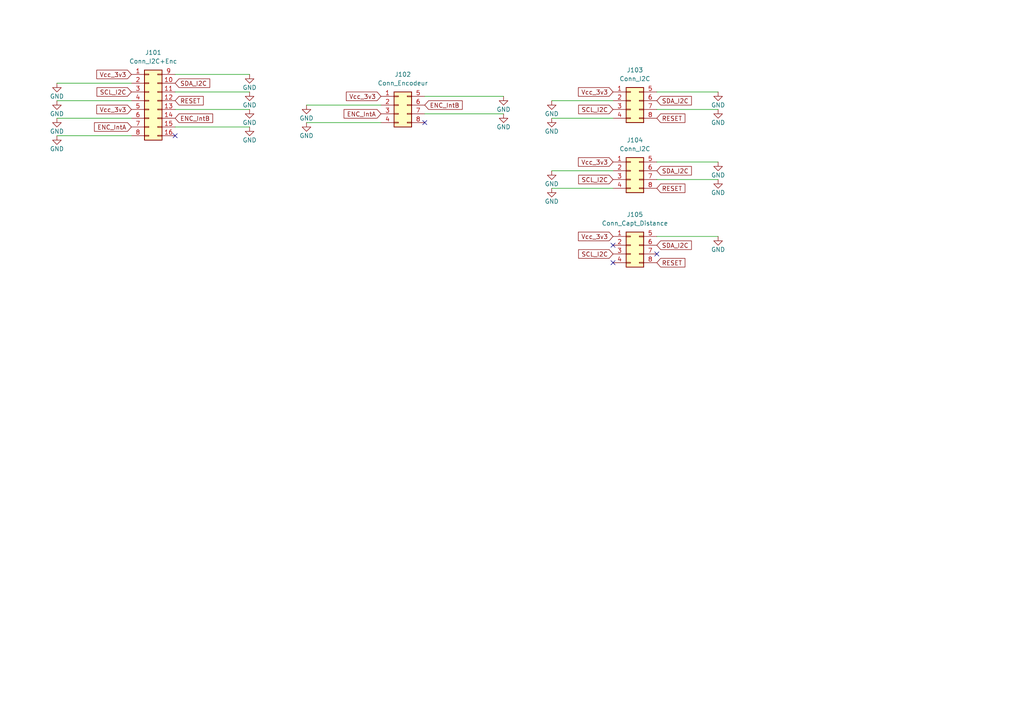
<source format=kicad_sch>
(kicad_sch (version 20231120) (generator "eeschema") (generator_version "8.0")
  (paper "A4")
  (lib_symbols
    (symbol "Connector_Generic:Conn_02x04_Top_Bottom" (pin_names (offset 1.016) hide)
      (property "Reference" "J" (at 1.27 5.08 0))
      (property "Value" "Conn_02x04_Top_Bottom" (at 1.27 -7.62 0))
      (symbol "Conn_02x04_Top_Bottom_1_1"
        (rectangle (start -1.27 -4.953) (end 0 -5.207) (stroke (width 0.1524)))
        (rectangle (start -1.27 -2.413) (end 0 -2.667) (stroke (width 0.1524)))
        (rectangle (start -1.27 0.127) (end 0 -0.127) (stroke (width 0.1524)))
        (rectangle (start -1.27 2.667) (end 0 2.413) (stroke (width 0.1524)))
        (rectangle (start -1.27 3.81) (end 3.81 -6.35) (stroke (width 0.254)) (fill (type background)))
        (rectangle (start 3.81 -4.953) (end 2.54 -5.207) (stroke (width 0.1524)))
        (rectangle (start 3.81 -2.413) (end 2.54 -2.667) (stroke (width 0.1524)))
        (rectangle (start 3.81 0.127) (end 2.54 -0.127) (stroke (width 0.1524)))
        (rectangle (start 3.81 2.667) (end 2.54 2.413) (stroke (width 0.1524)))
        (pin passive line (at -5.08 2.54 0) (length 3.81) (name "Pin_1") (number "1"))
        (pin passive line (at -5.08 0 0) (length 3.81) (name "Pin_2") (number "2"))
        (pin passive line (at -5.08 -2.54 0) (length 3.81) (name "Pin_3") (number "3"))
        (pin passive line (at -5.08 -5.08 0) (length 3.81) (name "Pin_4") (number "4"))
        (pin passive line (at 7.62 2.54 180) (length 3.81) (name "Pin_5") (number "5"))
        (pin passive line (at 7.62 0 180) (length 3.81) (name "Pin_6") (number "6"))
        (pin passive line (at 7.62 -2.54 180) (length 3.81) (name "Pin_7") (number "7"))
        (pin passive line (at 7.62 -5.08 180) (length 3.81) (name "Pin_8") (number "8"))
      )
    )
    (symbol "Connector_Generic:Conn_02x08_Top_Bottom" (pin_names (offset 1.016) hide)
      (property "Reference" "J" (at 1.27 10.16 0))
      (property "Value" "Conn_02x08_Top_Bottom" (at 1.27 -12.7 0))
      (symbol "Conn_02x08_Top_Bottom_1_1"
        (rectangle (start -1.27 -10.033) (end 0 -10.287) (stroke (width 0.1524)))
        (rectangle (start -1.27 -7.493) (end 0 -7.747) (stroke (width 0.1524)))
        (rectangle (start -1.27 -4.953) (end 0 -5.207) (stroke (width 0.1524)))
        (rectangle (start -1.27 -2.413) (end 0 -2.667) (stroke (width 0.1524)))
        (rectangle (start -1.27 0.127) (end 0 -0.127) (stroke (width 0.1524)))
        (rectangle (start -1.27 2.667) (end 0 2.413) (stroke (width 0.1524)))
        (rectangle (start -1.27 5.207) (end 0 4.953) (stroke (width 0.1524)))
        (rectangle (start -1.27 7.747) (end 0 7.493) (stroke (width 0.1524)))
        (rectangle (start -1.27 8.89) (end 3.81 -11.43) (stroke (width 0.254)) (fill (type background)))
        (rectangle (start 3.81 -10.033) (end 2.54 -10.287) (stroke (width 0.1524)))
        (rectangle (start 3.81 -7.493) (end 2.54 -7.747) (stroke (width 0.1524)))
        (rectangle (start 3.81 -4.953) (end 2.54 -5.207) (stroke (width 0.1524)))
        (rectangle (start 3.81 -2.413) (end 2.54 -2.667) (stroke (width 0.1524)))
        (rectangle (start 3.81 0.127) (end 2.54 -0.127) (stroke (width 0.1524)))
        (rectangle (start 3.81 2.667) (end 2.54 2.413) (stroke (width 0.1524)))
        (rectangle (start 3.81 5.207) (end 2.54 4.953) (stroke (width 0.1524)))
        (rectangle (start 3.81 7.747) (end 2.54 7.493) (stroke (width 0.1524)))
        (pin passive line (at -5.08 7.62 0) (length 3.81) (name "Pin_1") (number "1"))
        (pin passive line (at 7.62 5.08 180) (length 3.81) (name "Pin_10") (number "10"))
        (pin passive line (at 7.62 2.54 180) (length 3.81) (name "Pin_11") (number "11"))
        (pin passive line (at 7.62 0 180) (length 3.81) (name "Pin_12") (number "12"))
        (pin passive line (at 7.62 -2.54 180) (length 3.81) (name "Pin_13") (number "13"))
        (pin passive line (at 7.62 -5.08 180) (length 3.81) (name "Pin_14") (number "14"))
        (pin passive line (at 7.62 -7.62 180) (length 3.81) (name "Pin_15") (number "15"))
        (pin passive line (at 7.62 -10.16 180) (length 3.81) (name "Pin_16") (number "16"))
        (pin passive line (at -5.08 5.08 0) (length 3.81) (name "Pin_2") (number "2"))
        (pin passive line (at -5.08 2.54 0) (length 3.81) (name "Pin_3") (number "3"))
        (pin passive line (at -5.08 0 0) (length 3.81) (name "Pin_4") (number "4"))
        (pin passive line (at -5.08 -2.54 0) (length 3.81) (name "Pin_5") (number "5"))
        (pin passive line (at -5.08 -5.08 0) (length 3.81) (name "Pin_6") (number "6"))
        (pin passive line (at -5.08 -7.62 0) (length 3.81) (name "Pin_7") (number "7"))
        (pin passive line (at -5.08 -10.16 0) (length 3.81) (name "Pin_8") (number "8"))
        (pin passive line (at 7.62 7.62 180) (length 3.81) (name "Pin_9") (number "9"))
      )
    )
    (symbol "power:GND" (power) (pin_names (offset 0))
      (property "Value" "GND" (at 0 -3.81 0))
      (symbol "GND_0_1"
        (polyline (pts (xy 0 0) (xy 0 -1.27) (xy 1.27 -1.27) (xy 0 -2.54) (xy -1.27 -1.27) (xy 0 -1.27)))
      )
      (symbol "GND_1_1"
        (pin power_in line (at 0 0 270) (length 0) hide (name "GND") (number "1"))
      )
    )
  )
  (no_connect (at 50.8 39.37))
  (no_connect (at 177.8 76.2))
  (no_connect (at 177.8 71.12))
  (no_connect (at 123.19 35.56))
  (no_connect (at 190.5 73.66))
  (wire (pts (xy 208.28 31.75) (xy 190.5 31.75)))
  (wire (pts (xy 146.05 27.94) (xy 123.19 27.94)))
  (wire (pts (xy 72.39 21.59) (xy 50.8 21.59)))
  (wire (pts (xy 160.02 49.53) (xy 177.8 49.53)))
  (wire (pts (xy 72.39 36.83) (xy 50.8 36.83)))
  (wire (pts (xy 208.28 26.67) (xy 190.5 26.67)))
  (wire (pts (xy 146.05 33.02) (xy 123.19 33.02)))
  (wire (pts (xy 88.9 30.48) (xy 110.49 30.48)))
  (wire (pts (xy 160.02 54.61) (xy 177.8 54.61)))
  (wire (pts (xy 16.51 39.37) (xy 38.1 39.37)))
  (wire (pts (xy 160.02 34.29) (xy 177.8 34.29)))
  (wire (pts (xy 208.28 52.07) (xy 190.5 52.07)))
  (wire (pts (xy 160.02 29.21) (xy 177.8 29.21)))
  (wire (pts (xy 16.51 34.29) (xy 38.1 34.29)))
  (wire (pts (xy 208.28 46.99) (xy 190.5 46.99)))
  (wire (pts (xy 208.28 68.58) (xy 190.5 68.58)))
  (wire (pts (xy 16.51 24.13) (xy 38.1 24.13)))
  (wire (pts (xy 88.9 35.56) (xy 110.49 35.56)))
  (wire (pts (xy 72.39 31.75) (xy 50.8 31.75)))
  (wire (pts (xy 16.51 29.21) (xy 38.1 29.21)))
  (wire (pts (xy 72.39 26.67) (xy 50.8 26.67)))
  (global_label "SCL_I2C" (shape input) (at 177.8 31.75 180) (property "Intersheetrefs" "${INTERSHEET_REFS}" (effects (hide yes))))
  (global_label "RESET" (shape input) (at 190.5 76.2 0) (property "Intersheetrefs" "${INTERSHEET_REFS}" (effects (hide yes))))
  (global_label "SCL_I2C" (shape input) (at 38.1 26.67 180) (property "Intersheetrefs" "${INTERSHEET_REFS}" (effects (hide yes))))
  (global_label "SCL_I2C" (shape input) (at 177.8 73.66 180) (property "Intersheetrefs" "${INTERSHEET_REFS}" (effects (hide yes))))
  (global_label "ENC_IntB" (shape input) (at 123.19 30.48 0) (property "Intersheetrefs" "${INTERSHEET_REFS}" (effects (hide yes))))
  (global_label "Vcc_3v3" (shape input) (at 177.8 26.67 180) (property "Intersheetrefs" "${INTERSHEET_REFS}" (effects (hide yes))))
  (global_label "RESET" (shape input) (at 190.5 54.61 0) (property "Intersheetrefs" "${INTERSHEET_REFS}" (effects (hide yes))))
  (global_label "Vcc_3v3" (shape input) (at 177.8 46.99 180) (property "Intersheetrefs" "${INTERSHEET_REFS}" (effects (hide yes))))
  (global_label "SDA_I2C" (shape input) (at 190.5 71.12 0) (property "Intersheetrefs" "${INTERSHEET_REFS}" (effects (hide yes))))
  (global_label "Vcc_3v3" (shape input) (at 38.1 21.59 180) (property "Intersheetrefs" "${INTERSHEET_REFS}" (effects (hide yes))))
  (global_label "SCL_I2C" (shape input) (at 177.8 52.07 180) (property "Intersheetrefs" "${INTERSHEET_REFS}" (effects (hide yes))))
  (global_label "Vcc_3v3" (shape input) (at 177.8 68.58 180) (property "Intersheetrefs" "${INTERSHEET_REFS}" (effects (hide yes))))
  (global_label "Vcc_3v3" (shape input) (at 110.49 27.94 180) (property "Intersheetrefs" "${INTERSHEET_REFS}" (effects (hide yes))))
  (global_label "ENC_IntB" (shape input) (at 50.8 34.29 0) (property "Intersheetrefs" "${INTERSHEET_REFS}" (effects (hide yes))))
  (global_label "SDA_I2C" (shape input) (at 190.5 29.21 0) (property "Intersheetrefs" "${INTERSHEET_REFS}" (effects (hide yes))))
  (global_label "RESET" (shape input) (at 50.8 29.21 0) (property "Intersheetrefs" "${INTERSHEET_REFS}" (effects (hide yes))))
  (global_label "RESET" (shape input) (at 190.5 34.29 0) (property "Intersheetrefs" "${INTERSHEET_REFS}" (effects (hide yes))))
  (global_label "SDA_I2C" (shape input) (at 50.8 24.13 0) (property "Intersheetrefs" "${INTERSHEET_REFS}" (effects (hide yes))))
  (global_label "Vcc_3v3" (shape input) (at 38.1 31.75 180) (property "Intersheetrefs" "${INTERSHEET_REFS}" (effects (hide yes))))
  (global_label "ENC_IntA" (shape input) (at 110.49 33.02 180) (property "Intersheetrefs" "${INTERSHEET_REFS}" (effects (hide yes))))
  (global_label "SDA_I2C" (shape input) (at 190.5 49.53 0) (property "Intersheetrefs" "${INTERSHEET_REFS}" (effects (hide yes))))
  (global_label "ENC_IntA" (shape input) (at 38.1 36.83 180) (property "Intersheetrefs" "${INTERSHEET_REFS}" (effects (hide yes))))
  (symbol (lib_id "power:GND") (at 72.39 26.67 0) (unit 1)
    (property "Reference" "#PWR0106" (effects (hide yes)))
    (property "Value" "GND" (at 72.39 30.48 0))
  )
  (symbol (lib_id "power:GND") (at 208.28 31.75 0) (unit 1)
    (property "Reference" "#PWR0118" (effects (hide yes)))
    (property "Value" "GND" (at 208.28 35.56 0))
  )
  (symbol (lib_id "power:GND") (at 88.9 30.48 0) (unit 1)
    (property "Reference" "#PWR0109" (effects (hide yes)))
    (property "Value" "GND" (at 88.9 34.29 0))
  )
  (symbol (lib_id "power:GND") (at 16.51 24.13 0) (unit 1)
    (property "Reference" "#PWR0101" (effects (hide yes)))
    (property "Value" "GND" (at 16.51 27.94 0))
  )
  (symbol (lib_id "power:GND") (at 208.28 26.67 0) (unit 1)
    (property "Reference" "#PWR0117" (effects (hide yes)))
    (property "Value" "GND" (at 208.28 30.48 0))
  )
  (symbol (lib_id "power:GND") (at 208.28 68.58 0) (unit 1)
    (property "Reference" "#PWR0121" (effects (hide yes)))
    (property "Value" "GND" (at 208.28 72.39 0))
  )
  (symbol (lib_id "power:GND") (at 160.02 34.29 0) (unit 1)
    (property "Reference" "#PWR0114" (effects (hide yes)))
    (property "Value" "GND" (at 160.02 38.1 0))
  )
  (symbol (lib_id "Connector_Generic:Conn_02x04_Top_Bottom") (at 182.88 71.12 0) (unit 1)
    (property "Reference" "J105" (at 184.15 62.23 0))
    (property "Value" "Conn_Capt_Distance" (at 184.15 64.77 0))
    (property "Footprint" "Connector_Molex:Molex_Nano-Fit_105310-xx08_2x04_P2.50mm_Vertical" (effects (hide yes)))
    (property "Description" "Generic connector, double row, 02x04, top/bottom pin numbering scheme (row 1: 1...pins_per_row, row2: pins_per_row+1 ... num_pins), script generated (kicad-library-utils/schlib/autogen/connector/)" (effects (hide yes)))
  )
  (symbol (lib_id "power:GND") (at 146.05 27.94 0) (unit 1)
    (property "Reference" "#PWR0111" (effects (hide yes)))
    (property "Value" "GND" (at 146.05 31.75 0))
  )
  (symbol (lib_id "power:GND") (at 72.39 21.59 0) (unit 1)
    (property "Reference" "#PWR0105" (effects (hide yes)))
    (property "Value" "GND" (at 72.39 25.4 0))
  )
  (symbol (lib_id "power:GND") (at 208.28 46.99 0) (unit 1)
    (property "Reference" "#PWR0119" (effects (hide yes)))
    (property "Value" "GND" (at 208.28 50.8 0))
  )
  (symbol (lib_id "Connector_Generic:Conn_02x04_Top_Bottom") (at 115.57 30.48 0) (unit 1)
    (property "Reference" "J102" (at 116.84 21.59 0))
    (property "Value" "Conn_Encodeur" (at 116.84 24.13 0))
    (property "Footprint" "Connector_Molex:Molex_Nano-Fit_105310-xx08_2x04_P2.50mm_Vertical" (effects (hide yes)))
    (property "Description" "Generic connector, double row, 02x04, top/bottom pin numbering scheme (row 1: 1...pins_per_row, row2: pins_per_row+1 ... num_pins), script generated (kicad-library-utils/schlib/autogen/connector/)" (effects (hide yes)))
  )
  (symbol (lib_id "Connector_Generic:Conn_02x04_Top_Bottom") (at 182.88 49.53 0) (unit 1)
    (property "Reference" "J104" (at 184.15 40.64 0))
    (property "Value" "Conn_I2C" (at 184.15 43.18 0))
    (property "Footprint" "Connector_Molex:Molex_Nano-Fit_105310-xx08_2x04_P2.50mm_Vertical" (effects (hide yes)))
    (property "Description" "Generic connector, double row, 02x04, top/bottom pin numbering scheme (row 1: 1...pins_per_row, row2: pins_per_row+1 ... num_pins), script generated (kicad-library-utils/schlib/autogen/connector/)" (effects (hide yes)))
  )
  (symbol (lib_id "power:GND") (at 146.05 33.02 0) (unit 1)
    (property "Reference" "#PWR0112" (effects (hide yes)))
    (property "Value" "GND" (at 146.05 36.83 0))
  )
  (symbol (lib_id "power:GND") (at 208.28 52.07 0) (unit 1)
    (property "Reference" "#PWR0120" (effects (hide yes)))
    (property "Value" "GND" (at 208.28 55.88 0))
  )
  (symbol (lib_id "power:GND") (at 72.39 31.75 0) (unit 1)
    (property "Reference" "#PWR0107" (effects (hide yes)))
    (property "Value" "GND" (at 72.39 35.56 0))
  )
  (symbol (lib_id "power:GND") (at 160.02 54.61 0) (unit 1)
    (property "Reference" "#PWR0116" (effects (hide yes)))
    (property "Value" "GND" (at 160.02 58.42 0))
  )
  (symbol (lib_id "power:GND") (at 160.02 29.21 0) (unit 1)
    (property "Reference" "#PWR0113" (effects (hide yes)))
    (property "Value" "GND" (at 160.02 33.02 0))
  )
  (symbol (lib_id "power:GND") (at 88.9 35.56 0) (unit 1)
    (property "Reference" "#PWR0110" (effects (hide yes)))
    (property "Value" "GND" (at 88.9 39.37 0))
  )
  (symbol (lib_id "power:GND") (at 160.02 49.53 0) (unit 1)
    (property "Reference" "#PWR0115" (effects (hide yes)))
    (property "Value" "GND" (at 160.02 53.34 0))
  )
  (symbol (lib_id "power:GND") (at 16.51 39.37 0) (unit 1)
    (property "Reference" "#PWR0104" (effects (hide yes)))
    (property "Value" "GND" (at 16.51 43.18 0))
  )
  (symbol (lib_id "Connector_Generic:Conn_02x08_Top_Bottom") (at 43.18 29.21 0) (unit 1)
    (property "Reference" "J101" (at 44.45 15.24 0))
    (property "Value" "Conn_I2C+Enc" (at 44.45 17.78 0))
    (property "Footprint" "Connector_Molex:Molex_Nano-Fit_105310-xx16_2x08_P2.50mm_Vertical" (effects (hide yes)))
    (property "Description" "Generic connector, double row, 02x08, top/bottom pin numbering scheme (row 1: 1...pins_per_row, row2: pins_per_row+1 ... num_pins), script generated (kicad-library-utils/schlib/autogen/connector/)" (effects (hide yes)))
  )
  (symbol (lib_id "power:GND") (at 16.51 29.21 0) (unit 1)
    (property "Reference" "#PWR0102" (effects (hide yes)))
    (property "Value" "GND" (at 16.51 33.02 0))
  )
  (symbol (lib_id "power:GND") (at 72.39 36.83 0) (unit 1)
    (property "Reference" "#PWR0108" (effects (hide yes)))
    (property "Value" "GND" (at 72.39 40.64 0))
  )
  (symbol (lib_id "power:GND") (at 16.51 34.29 0) (unit 1)
    (property "Reference" "#PWR0103" (effects (hide yes)))
    (property "Value" "GND" (at 16.51 38.1 0))
  )
  (symbol (lib_id "Connector_Generic:Conn_02x04_Top_Bottom") (at 182.88 29.21 0) (unit 1)
    (property "Reference" "J103" (at 184.15 20.32 0))
    (property "Value" "Conn_I2C" (at 184.15 22.86 0))
    (property "Footprint" "Connector_Molex:Molex_Nano-Fit_105310-xx08_2x04_P2.50mm_Vertical" (effects (hide yes)))
    (property "Description" "Generic connector, double row, 02x04, top/bottom pin numbering scheme (row 1: 1...pins_per_row, row2: pins_per_row+1 ... num_pins), script generated (kicad-library-utils/schlib/autogen/connector/)" (effects (hide yes)))
  )
)
</source>
